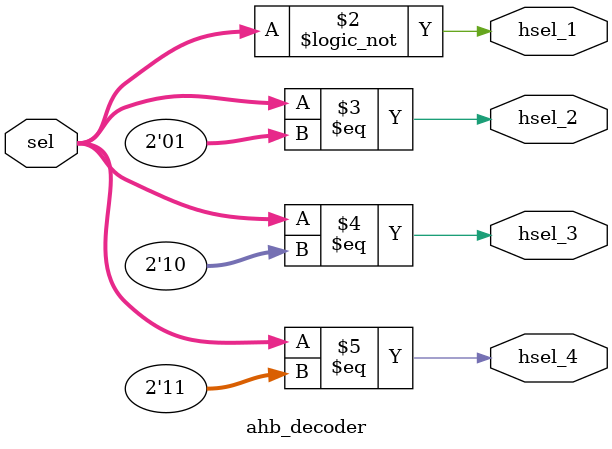
<source format=v>
module ahb_decoder(
    input [1:0] sel,
    output reg hsel_1,
    output reg hsel_2,
    output reg hsel_3,
    output reg hsel_4
);
    always @(*) begin
        hsel_1 = (sel == 2'b00);
        hsel_2 = (sel == 2'b01);
        hsel_3 = (sel == 2'b10);
        hsel_4 = (sel == 2'b11);
    end
endmodule

</source>
